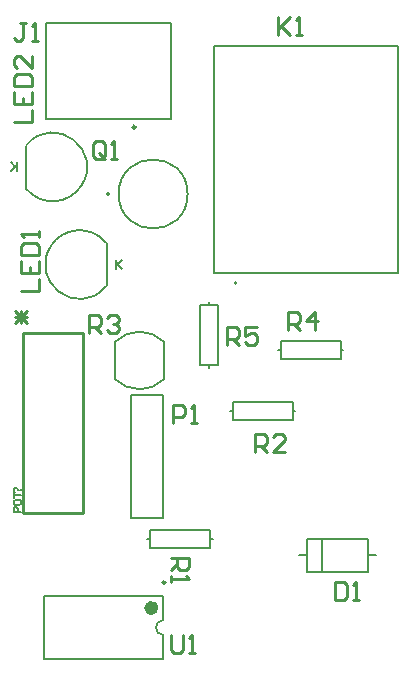
<source format=gto>
G04*
G04 #@! TF.GenerationSoftware,Altium Limited,Altium Designer,22.2.1 (43)*
G04*
G04 Layer_Color=65535*
%FSLAX23Y23*%
%MOIN*%
G70*
G04*
G04 #@! TF.SameCoordinates,4A317E20-D035-40B8-9544-2A4E967EB8EC*
G04*
G04*
G04 #@! TF.FilePolarity,Positive*
G04*
G01*
G75*
%ADD10C,0.008*%
%ADD11C,0.010*%
%ADD12C,0.024*%
%ADD13C,0.005*%
%ADD14C,0.010*%
%ADD15C,0.006*%
D10*
X158Y813D02*
G03*
X158Y813I-4J0D01*
G01*
X-543Y1127D02*
G03*
X-358Y1140I88J73D01*
G01*
X-362Y1134D02*
G03*
X-543Y1273I-93J66D01*
G01*
X-86Y-310D02*
G03*
X-86Y-360I0J-25D01*
G01*
X-266Y1110D02*
G03*
X-266Y1110I-4J0D01*
G01*
X-247Y493D02*
G03*
X-83Y493I82J82D01*
G01*
Y617D02*
G03*
X-247Y617I-82J-82D01*
G01*
X-458Y941D02*
G03*
X-277Y802I93J-66D01*
G01*
X-277Y948D02*
G03*
X-462Y935I-88J-73D01*
G01*
X444Y-147D02*
Y-43D01*
X597Y-95D02*
X624D01*
X366D02*
X393D01*
Y-150D02*
Y-40D01*
Y-150D02*
X597D01*
Y-40D01*
X393D02*
X597D01*
X65Y740D02*
Y749D01*
Y531D02*
Y540D01*
Y740D02*
X95D01*
Y540D02*
Y740D01*
X35Y540D02*
X95D01*
X35D02*
Y740D01*
X65D01*
X-545Y1130D02*
Y1270D01*
X-61Y1359D02*
Y1681D01*
X-478Y1359D02*
X-61D01*
X-478D02*
Y1681D01*
X-61D01*
X70Y-40D02*
X79D01*
X-139Y-40D02*
X-130D01*
X70Y-70D02*
X70Y-40D01*
X-130Y-70D02*
X70Y-70D01*
X-130Y-70D02*
X-130Y-10D01*
X70Y-10D01*
Y-40D02*
Y-10D01*
X-484Y-231D02*
X-86D01*
X-484Y-439D02*
X-86D01*
Y-310D02*
Y-231D01*
Y-439D02*
Y-360D01*
X-484Y-439D02*
Y-231D01*
X505Y590D02*
Y620D01*
X305D02*
X505D01*
X305Y560D02*
Y620D01*
Y560D02*
X505D01*
Y590D01*
X296D02*
X305D01*
X505D02*
X514D01*
X345Y385D02*
Y415D01*
X145D02*
X345D01*
X145Y355D02*
Y415D01*
Y355D02*
X345D01*
Y385D01*
X136D02*
X145D01*
X345D02*
X354D01*
X-87Y29D02*
Y441D01*
X-193Y29D02*
X-87D01*
X-193D02*
Y441D01*
X-87D01*
X-247Y493D02*
Y617D01*
X-83Y493D02*
Y617D01*
X-275Y805D02*
Y945D01*
D11*
X-178Y1333D02*
G03*
X-178Y1333I-5J0D01*
G01*
X-79Y-185D02*
G03*
X-79Y-185I-5J0D01*
G01*
D12*
X-114Y-270D02*
G03*
X-114Y-270I-12J0D01*
G01*
D13*
X-5Y1110D02*
G03*
X-5Y1110I-115J0D01*
G01*
X83Y848D02*
Y1604D01*
X697D01*
Y848D02*
Y1604D01*
X83Y848D02*
X697D01*
X-572Y50D02*
Y61D01*
X-573Y64D01*
X-574Y65D01*
X-577Y67D01*
X-580D01*
X-583Y65D01*
X-584Y64D01*
X-585Y61D01*
Y50D01*
X-560D01*
X-585Y79D02*
X-584Y77D01*
X-581Y75D01*
X-579Y73D01*
X-575Y72D01*
X-570D01*
X-566Y73D01*
X-564Y75D01*
X-561Y77D01*
X-560Y79D01*
Y84D01*
X-561Y87D01*
X-564Y89D01*
X-566Y90D01*
X-570Y91D01*
X-575D01*
X-579Y90D01*
X-581Y89D01*
X-584Y87D01*
X-585Y84D01*
Y79D01*
Y105D02*
X-560D01*
X-585Y97D02*
Y114D01*
X-579Y117D02*
X-580D01*
X-583Y118D01*
X-584Y119D01*
X-585Y122D01*
Y126D01*
X-584Y129D01*
X-583Y130D01*
X-580Y131D01*
X-578D01*
X-575Y130D01*
X-574Y129D01*
X-572Y124D01*
X-568D01*
X-562D02*
X-561Y123D01*
X-560Y124D01*
X-561Y125D01*
X-562Y124D01*
D14*
X-555Y45D02*
Y645D01*
Y45D02*
X-355D01*
Y645D01*
X-555D02*
X-355D01*
X485Y-185D02*
Y-245D01*
X515D01*
X525Y-235D01*
Y-195D01*
X515Y-185D01*
X485D01*
X545Y-245D02*
X565D01*
X555D01*
Y-185D01*
X545Y-195D01*
X126Y607D02*
Y667D01*
X155D01*
X165Y657D01*
Y637D01*
X155Y627D01*
X126D01*
X145D02*
X165Y607D01*
X225Y667D02*
X185D01*
Y637D01*
X205Y647D01*
X215D01*
X225Y637D01*
Y617D01*
X215Y607D01*
X195D01*
X185Y617D01*
X295Y1700D02*
Y1640D01*
Y1660D01*
X335Y1700D01*
X305Y1670D01*
X335Y1640D01*
X355D02*
X375D01*
X365D01*
Y1700D01*
X355Y1690D01*
X-585Y1350D02*
X-525D01*
Y1390D01*
X-585Y1450D02*
Y1410D01*
X-525D01*
Y1450D01*
X-555Y1410D02*
Y1430D01*
X-585Y1470D02*
X-525D01*
Y1500D01*
X-535Y1510D01*
X-575D01*
X-585Y1500D01*
Y1470D01*
X-525Y1570D02*
Y1530D01*
X-565Y1570D01*
X-575D01*
X-585Y1560D01*
Y1540D01*
X-575Y1530D01*
X-545Y1680D02*
X-565D01*
X-555D01*
Y1630D01*
X-565Y1620D01*
X-575D01*
X-585Y1630D01*
X-525Y1620D02*
X-505D01*
X-515D01*
Y1680D01*
X-525Y1670D01*
X-62Y-103D02*
X-2D01*
Y-133D01*
X-12Y-143D01*
X-32D01*
X-42Y-133D01*
Y-103D01*
Y-123D02*
X-62Y-143D01*
Y-163D02*
Y-183D01*
Y-173D01*
X-2D01*
X-12Y-163D01*
X-60Y-360D02*
Y-410D01*
X-50Y-420D01*
X-30D01*
X-20Y-410D01*
Y-360D01*
X-0Y-420D02*
X20D01*
X10D01*
Y-360D01*
X-0Y-370D01*
X330Y655D02*
Y715D01*
X360D01*
X370Y705D01*
Y685D01*
X360Y675D01*
X330D01*
X350D02*
X370Y655D01*
X420D02*
Y715D01*
X390Y685D01*
X430D01*
X-280Y1235D02*
Y1275D01*
X-290Y1285D01*
X-310D01*
X-320Y1275D01*
Y1235D01*
X-310Y1225D01*
X-290D01*
X-300Y1245D02*
X-280Y1225D01*
X-290D02*
X-280Y1235D01*
X-260Y1225D02*
X-240D01*
X-250D01*
Y1285D01*
X-260Y1275D01*
X-580Y720D02*
X-540Y680D01*
X-580D02*
X-540Y720D01*
X-580Y700D02*
X-540D01*
X-560Y680D02*
Y720D01*
X-55Y345D02*
Y405D01*
X-25D01*
X-15Y395D01*
Y375D01*
X-25Y365D01*
X-55D01*
X5Y345D02*
X25D01*
X15D01*
Y405D01*
X5Y395D01*
X-560Y785D02*
X-500D01*
Y825D01*
X-560Y885D02*
Y845D01*
X-500D01*
Y885D01*
X-530Y845D02*
Y865D01*
X-560Y905D02*
X-500D01*
Y935D01*
X-510Y945D01*
X-550D01*
X-560Y935D01*
Y905D01*
X-500Y965D02*
Y985D01*
Y975D01*
X-560D01*
X-550Y965D01*
X-335Y645D02*
Y705D01*
X-305D01*
X-295Y695D01*
Y675D01*
X-305Y665D01*
X-335D01*
X-315D02*
X-295Y645D01*
X-275Y695D02*
X-265Y705D01*
X-245D01*
X-235Y695D01*
Y685D01*
X-245Y675D01*
X-255D01*
X-245D01*
X-235Y665D01*
Y655D01*
X-245Y645D01*
X-265D01*
X-275Y655D01*
X220Y250D02*
Y310D01*
X250D01*
X260Y300D01*
Y280D01*
X250Y270D01*
X220D01*
X240D02*
X260Y250D01*
X320D02*
X280D01*
X320Y290D01*
Y300D01*
X310Y310D01*
X290D01*
X280Y300D01*
D15*
X-575Y1185D02*
Y1215D01*
Y1205D01*
X-595Y1185D01*
X-580Y1200D01*
X-595Y1215D01*
X-245Y890D02*
Y860D01*
Y870D01*
X-225Y890D01*
X-240Y875D01*
X-225Y860D01*
M02*

</source>
